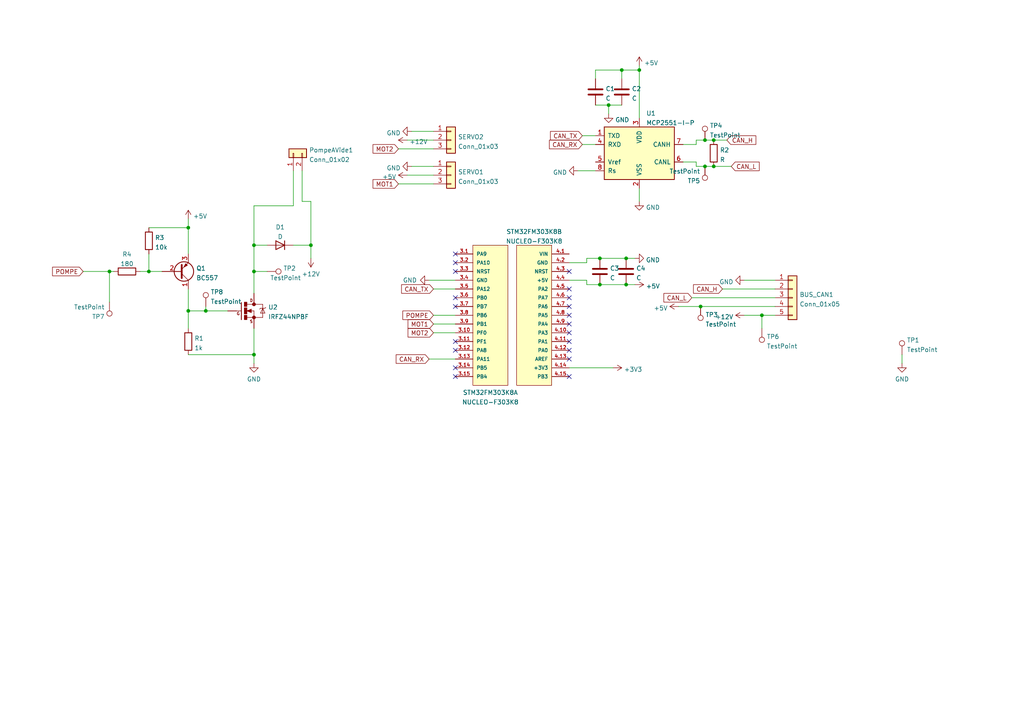
<source format=kicad_sch>
(kicad_sch (version 20211123) (generator eeschema)
  (paper "A4")
  (lib_symbols
    (symbol "Connector:TestPoint" (pin_numbers hide) (pin_names (offset 0.762) hide)
      (property "Reference" "TP" (at 0 6.858 0))
      (property "Value" "TestPoint" (at 0 5.08 0))
      (symbol "TestPoint_0_1"
        (circle (center 0 3.302) (radius 0.762))
      )
      (symbol "TestPoint_1_1"
        (pin passive line (at 0 0 90) (length 2.54) (name "1") (number "1"))
      )
    )
    (symbol "Connector_Generic:Conn_01x02" (pin_names (offset 1.016) hide)
      (property "Reference" "J" (at 0 2.54 0))
      (property "Value" "Conn_01x02" (at 0 -5.08 0))
      (symbol "Conn_01x02_1_1"
        (rectangle (start -1.27 -2.413) (end 0 -2.667) (stroke (width 0.1524)))
        (rectangle (start -1.27 0.127) (end 0 -0.127) (stroke (width 0.1524)))
        (rectangle (start -1.27 1.27) (end 1.27 -3.81) (stroke (width 0.254)) (fill (type background)))
        (pin passive line (at -5.08 0 0) (length 3.81) (name "Pin_1") (number "1"))
        (pin passive line (at -5.08 -2.54 0) (length 3.81) (name "Pin_2") (number "2"))
      )
    )
    (symbol "Connector_Generic:Conn_01x03" (pin_names (offset 1.016) hide)
      (property "Reference" "J" (at 0 5.08 0))
      (property "Value" "Conn_01x03" (at 0 -5.08 0))
      (symbol "Conn_01x03_1_1"
        (rectangle (start -1.27 -2.413) (end 0 -2.667) (stroke (width 0.1524)))
        (rectangle (start -1.27 0.127) (end 0 -0.127) (stroke (width 0.1524)))
        (rectangle (start -1.27 2.667) (end 0 2.413) (stroke (width 0.1524)))
        (rectangle (start -1.27 3.81) (end 1.27 -3.81) (stroke (width 0.254)) (fill (type background)))
        (pin passive line (at -5.08 2.54 0) (length 3.81) (name "Pin_1") (number "1"))
        (pin passive line (at -5.08 0 0) (length 3.81) (name "Pin_2") (number "2"))
        (pin passive line (at -5.08 -2.54 0) (length 3.81) (name "Pin_3") (number "3"))
      )
    )
    (symbol "Connector_Generic:Conn_01x05" (pin_names (offset 1.016) hide)
      (property "Reference" "J" (at 0 7.62 0))
      (property "Value" "Conn_01x05" (at 0 -7.62 0))
      (symbol "Conn_01x05_1_1"
        (rectangle (start -1.27 -4.953) (end 0 -5.207) (stroke (width 0.1524)))
        (rectangle (start -1.27 -2.413) (end 0 -2.667) (stroke (width 0.1524)))
        (rectangle (start -1.27 0.127) (end 0 -0.127) (stroke (width 0.1524)))
        (rectangle (start -1.27 2.667) (end 0 2.413) (stroke (width 0.1524)))
        (rectangle (start -1.27 5.207) (end 0 4.953) (stroke (width 0.1524)))
        (rectangle (start -1.27 6.35) (end 1.27 -6.35) (stroke (width 0.254)) (fill (type background)))
        (pin passive line (at -5.08 5.08 0) (length 3.81) (name "Pin_1") (number "1"))
        (pin passive line (at -5.08 2.54 0) (length 3.81) (name "Pin_2") (number "2"))
        (pin passive line (at -5.08 0 0) (length 3.81) (name "Pin_3") (number "3"))
        (pin passive line (at -5.08 -2.54 0) (length 3.81) (name "Pin_4") (number "4"))
        (pin passive line (at -5.08 -5.08 0) (length 3.81) (name "Pin_5") (number "5"))
      )
    )
    (symbol "Device:C" (pin_numbers hide) (pin_names (offset 0.254))
      (property "Reference" "C" (at 0.635 2.54 0))
      (property "Value" "C" (at 0.635 -2.54 0))
      (symbol "C_0_1"
        (polyline (pts (xy -2.032 -0.762) (xy 2.032 -0.762)) (stroke (width 0.508)))
        (polyline (pts (xy -2.032 0.762) (xy 2.032 0.762)) (stroke (width 0.508)))
      )
      (symbol "C_1_1"
        (pin passive line (at 0 3.81 270) (length 2.794) (name "~") (number "1"))
        (pin passive line (at 0 -3.81 90) (length 2.794) (name "~") (number "2"))
      )
    )
    (symbol "Device:D" (pin_numbers hide) (pin_names (offset 1.016) hide)
      (property "Reference" "D" (at 0 2.54 0))
      (property "Value" "D" (at 0 -2.54 0))
      (symbol "D_0_1"
        (polyline (pts (xy -1.27 1.27) (xy -1.27 -1.27)) (stroke (width 0.254)))
        (polyline (pts (xy 1.27 0) (xy -1.27 0)))
        (polyline (pts (xy 1.27 1.27) (xy 1.27 -1.27) (xy -1.27 0) (xy 1.27 1.27)) (stroke (width 0.254)))
      )
      (symbol "D_1_1"
        (pin passive line (at -3.81 0 0) (length 2.54) (name "K") (number "1"))
        (pin passive line (at 3.81 0 180) (length 2.54) (name "A") (number "2"))
      )
    )
    (symbol "Device:R" (pin_numbers hide) (pin_names (offset 0))
      (property "Reference" "R" (at 2.032 0 90))
      (property "Value" "R" (at 0 0 90))
      (symbol "R_0_1"
        (rectangle (start -1.016 -2.54) (end 1.016 2.54) (stroke (width 0.254)))
      )
      (symbol "R_1_1"
        (pin passive line (at 0 3.81 270) (length 1.27) (name "~") (number "1"))
        (pin passive line (at 0 -3.81 90) (length 1.27) (name "~") (number "2"))
      )
    )
    (symbol "IRFZ44NPBF:IRFZ44NPBF" (pin_numbers hide) (pin_names (offset 1.016) hide)
      (property "Reference" "U" (at 5.08 2.54 0))
      (property "Value" "IRFZ44NPBF" (at 5.08 0 0))
      (symbol "IRFZ44NPBF_0_0"
        (rectangle (start -2.794 -2.54) (end -2.032 -1.27) (fill (type outline)))
        (rectangle (start -2.794 -0.889) (end -2.032 0.889) (fill (type outline)))
        (rectangle (start -2.794 1.27) (end -2.032 2.54) (fill (type outline)))
        (circle (center 0 -1.905) (radius 0.127) (stroke (width 0.4064)))
        (polyline (pts (xy -3.81 0) (xy -5.08 0)) (stroke (width 0.1524)))
        (polyline (pts (xy -3.6576 2.413) (xy -3.6576 -2.54)) (stroke (width 0.254)))
        (polyline (pts (xy -2.032 -1.905) (xy 0 -1.905)) (stroke (width 0.1524)))
        (polyline (pts (xy -2.032 0) (xy -0.762 -0.508)) (stroke (width 0.1524)))
        (polyline (pts (xy -1.778 0) (xy -0.889 -0.254)) (stroke (width 0.3048)))
        (polyline (pts (xy -0.889 -0.254) (xy -0.889 0)) (stroke (width 0.3048)))
        (polyline (pts (xy -0.889 0) (xy -1.143 0)) (stroke (width 0.3048)))
        (polyline (pts (xy -0.889 0) (xy 0 0)) (stroke (width 0.1524)))
        (polyline (pts (xy -0.889 0.254) (xy -1.778 0)) (stroke (width 0.3048)))
        (polyline (pts (xy -0.762 -0.508) (xy -0.762 0.508)) (stroke (width 0.1524)))
        (polyline (pts (xy -0.762 0.508) (xy -2.032 0)) (stroke (width 0.1524)))
        (polyline (pts (xy 0 -1.905) (xy 0 -2.54)) (stroke (width 0.1524)))
        (polyline (pts (xy 0 0) (xy 0 -1.905)) (stroke (width 0.1524)))
        (polyline (pts (xy 0 1.905) (xy -2.0066 1.905)) (stroke (width 0.1524)))
        (polyline (pts (xy 0 1.905) (xy 2.54 1.905)) (stroke (width 0.1524)))
        (polyline (pts (xy 0 2.54) (xy 0 1.905)) (stroke (width 0.1524)))
        (polyline (pts (xy 1.905 -0.635) (xy 3.175 -0.635)) (stroke (width 0.1524)))
        (polyline (pts (xy 1.905 0.762) (xy 1.651 0.508)) (stroke (width 0.1524)))
        (polyline (pts (xy 1.905 0.762) (xy 2.54 0.762)) (stroke (width 0.1524)))
        (polyline (pts (xy 2.54 -1.905) (xy 0 -1.905)) (stroke (width 0.1524)))
        (polyline (pts (xy 2.54 0.762) (xy 1.905 -0.635)) (stroke (width 0.1524)))
        (polyline (pts (xy 2.54 0.762) (xy 2.54 -1.905)) (stroke (width 0.1524)))
        (polyline (pts (xy 2.54 0.762) (xy 3.175 0.762)) (stroke (width 0.1524)))
        (polyline (pts (xy 2.54 1.905) (xy 2.54 0.762)) (stroke (width 0.1524)))
        (polyline (pts (xy 3.175 -0.635) (xy 2.54 0.762)) (stroke (width 0.1524)))
        (polyline (pts (xy 3.175 0.762) (xy 3.429 1.016)) (stroke (width 0.1524)))
        (circle (center 0 1.905) (radius 0.127) (stroke (width 0.4064)))
        (text "D" (at -1.27 2.54 0) (effects (font (size 0.8128 0.8128)) (justify left bottom)))
        (text "G" (at -5.08 -1.27 0) (effects (font (size 0.8128 0.8128)) (justify left bottom)))
        (text "S" (at -1.27 -3.556 0) (effects (font (size 0.8128 0.8128)) (justify left bottom)))
        (pin passive line (at -7.62 0 0) (length 2.54) (name "~") (number "1"))
        (pin passive line (at 0 5.08 270) (length 2.54) (name "~") (number "2"))
        (pin passive line (at 0 -5.08 90) (length 2.54) (name "~") (number "3"))
      )
    )
    (symbol "Interface_CAN_LIN:MCP2551-I-P" (pin_names (offset 1.016))
      (property "Reference" "U" (at -10.16 8.89 0))
      (property "Value" "MCP2551-I-P" (at 2.54 8.89 0))
      (symbol "MCP2551-I-P_0_1"
        (rectangle (start -10.16 7.62) (end 10.16 -7.62) (stroke (width 0.254)) (fill (type background)))
      )
      (symbol "MCP2551-I-P_1_1"
        (pin input line (at -12.7 5.08 0) (length 2.54) (name "TXD") (number "1"))
        (pin power_in line (at 0 -10.16 90) (length 2.54) (name "VSS") (number "2"))
        (pin power_in line (at 0 10.16 270) (length 2.54) (name "VDD") (number "3"))
        (pin output line (at -12.7 2.54 0) (length 2.54) (name "RXD") (number "4"))
        (pin power_out line (at -12.7 -2.54 0) (length 2.54) (name "Vref") (number "5"))
        (pin bidirectional line (at 12.7 -2.54 180) (length 2.54) (name "CANL") (number "6"))
        (pin bidirectional line (at 12.7 2.54 180) (length 2.54) (name "CANH") (number "7"))
        (pin input line (at -12.7 -5.08 0) (length 2.54) (name "Rs") (number "8"))
      )
    )
    (symbol "NUCLEO-F303K8:NUCLEO-F303K8" (pin_names (offset 1.016))
      (property "Reference" "A" (at -5.08 20.8534 0))
      (property "Value" "NUCLEO-F303K8" (at -5.08 -22.6314 0))
      (symbol "NUCLEO-F303K8_1_0"
        (rectangle (start -5.08 -20.32) (end 5.08 20.32) (stroke (width 0.1524)) (fill (type background)))
        (pin bidirectional line (at 10.16 17.78 180) (length 5.08) (name "PA9") (number "3.1"))
        (pin bidirectional line (at 10.16 -5.08 180) (length 5.08) (name "PF0") (number "3.10"))
        (pin bidirectional line (at 10.16 -7.62 180) (length 5.08) (name "PF1") (number "3.11"))
        (pin bidirectional line (at 10.16 -10.16 180) (length 5.08) (name "PA8") (number "3.12"))
        (pin bidirectional line (at 10.16 -12.7 180) (length 5.08) (name "PA11") (number "3.13"))
        (pin bidirectional line (at 10.16 -15.24 180) (length 5.08) (name "PB5") (number "3.14"))
        (pin bidirectional line (at 10.16 -17.78 180) (length 5.08) (name "PB4") (number "3.15"))
        (pin bidirectional line (at 10.16 15.24 180) (length 5.08) (name "PA10") (number "3.2"))
        (pin bidirectional line (at 10.16 12.7 180) (length 5.08) (name "NRST") (number "3.3"))
        (pin bidirectional line (at 10.16 10.16 180) (length 5.08) (name "GND") (number "3.4"))
        (pin bidirectional line (at 10.16 7.62 180) (length 5.08) (name "PA12") (number "3.5"))
        (pin bidirectional line (at 10.16 5.08 180) (length 5.08) (name "PB0") (number "3.6"))
        (pin bidirectional line (at 10.16 2.54 180) (length 5.08) (name "PB7") (number "3.7"))
        (pin bidirectional line (at 10.16 0 180) (length 5.08) (name "PB6") (number "3.8"))
        (pin bidirectional line (at 10.16 -2.54 180) (length 5.08) (name "PB1") (number "3.9"))
      )
      (symbol "NUCLEO-F303K8_2_0"
        (rectangle (start -5.08 -20.32) (end 5.08 20.32) (stroke (width 0.1524)) (fill (type background)))
        (pin bidirectional line (at 10.16 17.78 180) (length 5.08) (name "VIN") (number "4.1"))
        (pin bidirectional line (at 10.16 -5.08 180) (length 5.08) (name "PA3") (number "4.10"))
        (pin bidirectional line (at 10.16 -7.62 180) (length 5.08) (name "PA1") (number "4.11"))
        (pin bidirectional line (at 10.16 -10.16 180) (length 5.08) (name "PA0") (number "4.12"))
        (pin bidirectional line (at 10.16 -12.7 180) (length 5.08) (name "AREF") (number "4.13"))
        (pin bidirectional line (at 10.16 -15.24 180) (length 5.08) (name "+3V3") (number "4.14"))
        (pin bidirectional line (at 10.16 -17.78 180) (length 5.08) (name "PB3") (number "4.15"))
        (pin bidirectional line (at 10.16 15.24 180) (length 5.08) (name "GND") (number "4.2"))
        (pin bidirectional line (at 10.16 12.7 180) (length 5.08) (name "NRST") (number "4.3"))
        (pin bidirectional line (at 10.16 10.16 180) (length 5.08) (name "+5V") (number "4.4"))
        (pin bidirectional line (at 10.16 7.62 180) (length 5.08) (name "PA2") (number "4.5"))
        (pin bidirectional line (at 10.16 5.08 180) (length 5.08) (name "PA7") (number "4.6"))
        (pin bidirectional line (at 10.16 2.54 180) (length 5.08) (name "PA6") (number "4.7"))
        (pin bidirectional line (at 10.16 0 180) (length 5.08) (name "PA5") (number "4.8"))
        (pin bidirectional line (at 10.16 -2.54 180) (length 5.08) (name "PA4") (number "4.9"))
      )
    )
    (symbol "Transistor_BJT:BC557" (pin_names (offset 0) hide)
      (property "Reference" "Q" (at 5.08 1.905 0))
      (property "Value" "BC557" (at 5.08 0 0))
      (symbol "BC557_0_1"
        (polyline (pts (xy 0.635 0.635) (xy 2.54 2.54)))
        (polyline (pts (xy 0.635 -0.635) (xy 2.54 -2.54) (xy 2.54 -2.54)))
        (polyline (pts (xy 0.635 1.905) (xy 0.635 -1.905) (xy 0.635 -1.905)) (stroke (width 0.508)))
        (polyline (pts (xy 2.286 -1.778) (xy 1.778 -2.286) (xy 1.27 -1.27) (xy 2.286 -1.778) (xy 2.286 -1.778)) (fill (type outline)))
        (circle (center 1.27 0) (radius 2.8194) (stroke (width 0.254)))
      )
      (symbol "BC557_1_1"
        (pin passive line (at 2.54 5.08 270) (length 2.54) (name "C") (number "1"))
        (pin input line (at -5.08 0 0) (length 5.715) (name "B") (number "2"))
        (pin passive line (at 2.54 -5.08 90) (length 2.54) (name "E") (number "3"))
      )
    )
    (symbol "power:+12V" (power) (pin_names (offset 0))
      (property "Value" "+12V" (at 0 3.556 0))
      (symbol "+12V_0_1"
        (polyline (pts (xy -0.762 1.27) (xy 0 2.54)))
        (polyline (pts (xy 0 0) (xy 0 2.54)))
        (polyline (pts (xy 0 2.54) (xy 0.762 1.27)))
      )
      (symbol "+12V_1_1"
        (pin power_in line (at 0 0 90) (length 0) hide (name "+12V") (number "1"))
      )
    )
    (symbol "power:+3.3V" (power) (pin_names (offset 0))
      (property "Value" "+3.3V" (at 0 3.556 0))
      (symbol "+3.3V_0_1"
        (polyline (pts (xy -0.762 1.27) (xy 0 2.54)))
        (polyline (pts (xy 0 0) (xy 0 2.54)))
        (polyline (pts (xy 0 2.54) (xy 0.762 1.27)))
      )
      (symbol "+3.3V_1_1"
        (pin power_in line (at 0 0 90) (length 0) hide (name "+3V3") (number "1"))
      )
    )
    (symbol "power:+5V" (power) (pin_names (offset 0))
      (property "Value" "+5V" (at 0 3.556 0))
      (symbol "+5V_0_1"
        (polyline (pts (xy -0.762 1.27) (xy 0 2.54)))
        (polyline (pts (xy 0 0) (xy 0 2.54)))
        (polyline (pts (xy 0 2.54) (xy 0.762 1.27)))
      )
      (symbol "+5V_1_1"
        (pin power_in line (at 0 0 90) (length 0) hide (name "+5V") (number "1"))
      )
    )
    (symbol "power:GND" (power) (pin_names (offset 0))
      (property "Value" "GND" (at 0 -3.81 0))
      (symbol "GND_0_1"
        (polyline (pts (xy 0 0) (xy 0 -1.27) (xy 1.27 -1.27) (xy 0 -2.54) (xy -1.27 -1.27) (xy 0 -1.27)))
      )
      (symbol "GND_1_1"
        (pin power_in line (at 0 0 270) (length 0) hide (name "GND") (number "1"))
      )
    )
  )
  (junction (at 59.69 90.17))
  (junction (at 73.66 71.12))
  (junction (at 54.61 90.17))
  (junction (at 220.98 91.44))
  (junction (at 185.42 20.32))
  (junction (at 207.01 48.26))
  (junction (at 173.99 82.55))
  (junction (at 181.61 74.93))
  (junction (at 180.34 20.32))
  (junction (at 90.17 71.12))
  (junction (at 207.01 40.64))
  (junction (at 54.61 66.04))
  (junction (at 43.18 78.74))
  (junction (at 31.75 78.74))
  (junction (at 73.66 102.87))
  (junction (at 181.61 82.55))
  (junction (at 204.47 40.64))
  (junction (at 173.99 74.93))
  (junction (at 73.66 78.74))
  (junction (at 203.2 88.9))
  (junction (at 176.53 30.48))
  (junction (at 204.47 48.26))
  (no_connect (at 165.1 83.82))
  (no_connect (at 165.1 86.36))
  (no_connect (at 132.08 99.06))
  (no_connect (at 132.08 101.6))
  (no_connect (at 132.08 86.36))
  (no_connect (at 132.08 76.2))
  (no_connect (at 132.08 73.66))
  (no_connect (at 132.08 78.74))
  (no_connect (at 132.08 88.9))
  (no_connect (at 132.08 106.68))
  (no_connect (at 132.08 109.22))
  (no_connect (at 165.1 88.9))
  (no_connect (at 165.1 91.44))
  (no_connect (at 165.1 93.98))
  (no_connect (at 165.1 96.52))
  (no_connect (at 165.1 99.06))
  (no_connect (at 165.1 101.6))
  (no_connect (at 165.1 78.74))
  (no_connect (at 165.1 104.14))
  (no_connect (at 165.1 109.22))
  (wire (pts (xy 59.69 90.17) (xy 66.04 90.17)))
  (wire (pts (xy 167.64 49.53) (xy 172.72 49.53)))
  (wire (pts (xy 31.75 78.74) (xy 33.02 78.74)))
  (wire (pts (xy 125.73 91.44) (xy 132.08 91.44)))
  (wire (pts (xy 73.66 95.25) (xy 73.66 102.87)))
  (wire (pts (xy 40.64 78.74) (xy 43.18 78.74)))
  (wire (pts (xy 172.72 30.48) (xy 176.53 30.48)))
  (wire (pts (xy 90.17 58.42) (xy 90.17 71.12)))
  (wire (pts (xy 220.98 91.44) (xy 224.79 91.44)))
  (wire (pts (xy 224.79 83.82) (xy 209.55 83.82)))
  (wire (pts (xy 180.34 20.32) (xy 185.42 20.32)))
  (wire (pts (xy 165.1 81.28) (xy 170.18 81.28)))
  (wire (pts (xy 124.46 104.14) (xy 132.08 104.14)))
  (wire (pts (xy 181.61 82.55) (xy 184.15 82.55)))
  (wire (pts (xy 201.93 40.64) (xy 204.47 40.64)))
  (wire (pts (xy 118.11 50.8) (xy 125.73 50.8)))
  (wire (pts (xy 43.18 78.74) (xy 46.99 78.74)))
  (wire (pts (xy 54.61 63.5) (xy 54.61 66.04)))
  (wire (pts (xy 73.66 78.74) (xy 77.47 78.74)))
  (wire (pts (xy 59.69 88.9) (xy 59.69 90.17)))
  (wire (pts (xy 54.61 66.04) (xy 54.61 73.66)))
  (wire (pts (xy 165.1 106.68) (xy 177.8 106.68)))
  (wire (pts (xy 24.13 78.74) (xy 31.75 78.74)))
  (wire (pts (xy 73.66 59.69) (xy 73.66 71.12)))
  (wire (pts (xy 73.66 71.12) (xy 73.66 78.74)))
  (wire (pts (xy 204.47 40.64) (xy 207.01 40.64)))
  (wire (pts (xy 203.2 88.9) (xy 224.79 88.9)))
  (wire (pts (xy 198.12 46.99) (xy 201.93 46.99)))
  (wire (pts (xy 185.42 19.05) (xy 185.42 20.32)))
  (wire (pts (xy 207.01 40.64) (xy 210.82 40.64)))
  (wire (pts (xy 85.09 59.69) (xy 73.66 59.69)))
  (wire (pts (xy 172.72 22.86) (xy 172.72 20.32)))
  (wire (pts (xy 168.91 41.91) (xy 172.72 41.91)))
  (wire (pts (xy 73.66 78.74) (xy 73.66 85.09)))
  (wire (pts (xy 125.73 93.98) (xy 132.08 93.98)))
  (wire (pts (xy 170.18 82.55) (xy 173.99 82.55)))
  (wire (pts (xy 73.66 102.87) (xy 73.66 105.41)))
  (wire (pts (xy 54.61 83.82) (xy 54.61 90.17)))
  (wire (pts (xy 54.61 90.17) (xy 54.61 95.25)))
  (wire (pts (xy 185.42 20.32) (xy 185.42 34.29)))
  (wire (pts (xy 115.57 43.18) (xy 125.73 43.18)))
  (wire (pts (xy 125.73 96.52) (xy 132.08 96.52)))
  (wire (pts (xy 54.61 90.17) (xy 59.69 90.17)))
  (wire (pts (xy 170.18 74.93) (xy 173.99 74.93)))
  (wire (pts (xy 207.01 48.26) (xy 212.09 48.26)))
  (wire (pts (xy 185.42 54.61) (xy 185.42 58.42)))
  (wire (pts (xy 196.85 88.9) (xy 203.2 88.9)))
  (wire (pts (xy 165.1 76.2) (xy 170.18 76.2)))
  (wire (pts (xy 172.72 20.32) (xy 180.34 20.32)))
  (wire (pts (xy 119.38 48.26) (xy 125.73 48.26)))
  (wire (pts (xy 201.93 41.91) (xy 201.93 40.64)))
  (wire (pts (xy 87.63 58.42) (xy 90.17 58.42)))
  (wire (pts (xy 87.63 49.53) (xy 87.63 58.42)))
  (wire (pts (xy 215.9 91.44) (xy 220.98 91.44)))
  (wire (pts (xy 118.11 40.64) (xy 125.73 40.64)))
  (wire (pts (xy 173.99 74.93) (xy 181.61 74.93)))
  (wire (pts (xy 181.61 74.93) (xy 184.15 74.93)))
  (wire (pts (xy 85.09 71.12) (xy 90.17 71.12)))
  (wire (pts (xy 31.75 78.74) (xy 31.75 87.63)))
  (wire (pts (xy 173.99 82.55) (xy 181.61 82.55)))
  (wire (pts (xy 54.61 102.87) (xy 73.66 102.87)))
  (wire (pts (xy 198.12 41.91) (xy 201.93 41.91)))
  (wire (pts (xy 170.18 81.28) (xy 170.18 82.55)))
  (wire (pts (xy 200.66 86.36) (xy 224.79 86.36)))
  (wire (pts (xy 43.18 66.04) (xy 54.61 66.04)))
  (wire (pts (xy 125.73 83.82) (xy 132.08 83.82)))
  (wire (pts (xy 201.93 48.26) (xy 204.47 48.26)))
  (wire (pts (xy 261.62 102.87) (xy 261.62 105.41)))
  (wire (pts (xy 43.18 73.66) (xy 43.18 78.74)))
  (wire (pts (xy 73.66 71.12) (xy 77.47 71.12)))
  (wire (pts (xy 220.98 91.44) (xy 220.98 95.25)))
  (wire (pts (xy 204.47 48.26) (xy 207.01 48.26)))
  (wire (pts (xy 168.91 39.37) (xy 172.72 39.37)))
  (wire (pts (xy 115.57 53.34) (xy 125.73 53.34)))
  (wire (pts (xy 170.18 76.2) (xy 170.18 74.93)))
  (wire (pts (xy 85.09 49.53) (xy 85.09 59.69)))
  (wire (pts (xy 215.9 81.28) (xy 224.79 81.28)))
  (wire (pts (xy 124.46 81.28) (xy 132.08 81.28)))
  (wire (pts (xy 176.53 30.48) (xy 176.53 33.02)))
  (wire (pts (xy 119.38 38.1) (xy 125.73 38.1)))
  (wire (pts (xy 176.53 30.48) (xy 180.34 30.48)))
  (wire (pts (xy 90.17 71.12) (xy 90.17 74.93)))
  (wire (pts (xy 201.93 46.99) (xy 201.93 48.26)))
  (wire (pts (xy 180.34 22.86) (xy 180.34 20.32)))
  (global_label "CAN_RX" (shape input) (at 124.46 104.14 180) (property "Intersheet References" "${INTERSHEET_REFS}" (effects hide)))
  (global_label "MOT1" (shape input) (at 115.57 53.34 180) (property "Intersheet References" "${INTERSHEET_REFS}" (effects hide)))
  (global_label "POMPE" (shape input) (at 125.73 91.44 180) (property "Intersheet References" "${INTERSHEET_REFS}" (effects hide)))
  (global_label "MOT2" (shape input) (at 125.73 96.52 180) (property "Intersheet References" "${INTERSHEET_REFS}" (effects hide)))
  (global_label "MOT2" (shape input) (at 115.57 43.18 180) (property "Intersheet References" "${INTERSHEET_REFS}" (effects hide)))
  (global_label "CAN_L" (shape input) (at 212.09 48.26 0) (property "Intersheet References" "${INTERSHEET_REFS}" (effects hide)))
  (global_label "CAN_TX" (shape input) (at 168.91 39.37 180) (property "Intersheet References" "${INTERSHEET_REFS}" (effects hide)))
  (global_label "CAN_L" (shape input) (at 200.66 86.36 180) (property "Intersheet References" "${INTERSHEET_REFS}" (effects hide)))
  (global_label "CAN_H" (shape input) (at 209.55 83.82 180) (property "Intersheet References" "${INTERSHEET_REFS}" (effects hide)))
  (global_label "MOT1" (shape input) (at 125.73 93.98 180) (property "Intersheet References" "${INTERSHEET_REFS}" (effects hide)))
  (global_label "CAN_RX" (shape input) (at 168.91 41.91 180) (property "Intersheet References" "${INTERSHEET_REFS}" (effects hide)))
  (global_label "POMPE" (shape input) (at 24.13 78.74 180) (property "Intersheet References" "${INTERSHEET_REFS}" (effects hide)))
  (global_label "CAN_H" (shape input) (at 210.82 40.64 0) (property "Intersheet References" "${INTERSHEET_REFS}" (effects hide)))
  (global_label "CAN_TX" (shape input) (at 125.73 83.82 180) (property "Intersheet References" "${INTERSHEET_REFS}" (effects hide)))
  (symbol (lib_id "power:GND") (at 119.38 38.1 270) (unit 1)
    (property "Reference" "#PWR0102" (effects hide))
    (property "Value" "GND" (at 116.2051 38.579 90) (effects (justify right)))
  )
  (symbol (lib_id "Device:R") (at 36.83 78.74 90) (unit 1)
    (property "Reference" "R4" (at 36.83 73.7575 90))
    (property "Value" "180" (at 36.83 76.5326 90))
    (property "Footprint" "Resistor_THT:R_Axial_DIN0207_L6.3mm_D2.5mm_P10.16mm_Horizontal" (effects hide))
  )
  (symbol (lib_id "Interface_CAN_LIN:MCP2551-I-P") (at 185.42 44.45 0) (unit 1)
    (property "Reference" "U1" (at 187.4394 32.8635 0) (effects (justify left)))
    (property "Value" "MCP2551-I-P" (at 187.4394 35.6386 0) (effects (justify left)))
    (property "Footprint" "Package_DIP:DIP-8_W7.62mm" (effects hide))
    (property "Datasheet" "http://ww1.microchip.com/downloads/en/devicedoc/21667d.pdf" (effects hide))
  )
  (symbol (lib_id "Connector:TestPoint") (at 203.2 88.9 180) (unit 1)
    (property "Reference" "TP3" (at 204.597 91.2935 0) (effects (justify right)))
    (property "Value" "TestPoint" (at 204.597 94.0686 0) (effects (justify right)))
    (property "Footprint" "TestPoint:TestPoint_Pad_D2.0mm" (effects hide))
  )
  (symbol (lib_id "Transistor_BJT:BC557") (at 52.07 78.74 0) (mirror x) (unit 1)
    (property "Reference" "Q1" (at 56.9214 77.8315 0) (effects (justify left)))
    (property "Value" "BC557" (at 56.9214 80.6066 0) (effects (justify left)))
    (property "Footprint" "Package_TO_SOT_THT:TO-92_Inline" (effects hide))
    (property "Datasheet" "https://www.onsemi.com/pub/Collateral/BC556BTA-D.pdf" (effects hide))
  )
  (symbol (lib_id "Connector:TestPoint") (at 204.47 48.26 180) (unit 1)
    (property "Reference" "TP5" (at 203.073 52.4705 0) (effects (justify left)))
    (property "Value" "TestPoint" (at 203.073 49.6954 0) (effects (justify left)))
    (property "Footprint" "TestPoint:TestPoint_Pad_D2.0mm" (effects hide))
  )
  (symbol (lib_id "power:+5V") (at 185.42 19.05 0) (unit 1)
    (property "Reference" "#PWR0116" (effects hide))
    (property "Value" "+5V" (at 186.817 18.259 0) (effects (justify left)))
  )
  (symbol (lib_id "power:+5V") (at 196.85 88.9 90) (mirror x) (unit 1)
    (property "Reference" "#PWR0118" (effects hide))
    (property "Value" "+5V" (at 193.6751 89.379 90) (effects (justify left)))
  )
  (symbol (lib_id "power:GND") (at 215.9 81.28 270) (unit 1)
    (property "Reference" "#PWR0108" (effects hide))
    (property "Value" "GND" (at 212.7251 81.759 90) (effects (justify right)))
  )
  (symbol (lib_id "Connector:TestPoint") (at 204.47 40.64 0) (unit 1)
    (property "Reference" "TP4" (at 205.867 36.4295 0) (effects (justify left)))
    (property "Value" "TestPoint" (at 205.867 39.2046 0) (effects (justify left)))
    (property "Footprint" "TestPoint:TestPoint_Pad_D2.0mm" (effects hide))
  )
  (symbol (lib_id "NUCLEO-F303K8:NUCLEO-F303K8") (at 154.94 91.44 0) (unit 2)
    (property "Reference" "STM32FM303K8" (at 154.94 67.2043 0))
    (property "Value" "NUCLEO-F303K8" (at 154.94 69.9794 0))
    (property "Footprint" "MODULE_NUCLEO-F303K8" (effects hide))
    (property "MANUFACTURER" "ST Microelectronics" (effects hide))
    (property "STANDARD" "Manufacturer rEcommendation" (effects hide))
    (property "PARTREV" "3" (effects hide))
  )
  (symbol (lib_id "Device:C") (at 181.61 78.74 0) (unit 1)
    (property "Reference" "C4" (at 184.531 77.8315 0) (effects (justify left)))
    (property "Value" "C" (at 184.531 80.6066 0) (effects (justify left)))
    (property "Footprint" "Capacitor_SMD:C_1206_3216Metric" (effects hide))
  )
  (symbol (lib_id "IRFZ44NPBF:IRFZ44NPBF") (at 73.66 90.17 0) (unit 1)
    (property "Reference" "U2" (at 77.8002 89.1152 0) (effects (justify left)))
    (property "Value" "IRFZ44NPBF" (at 77.8002 91.8903 0) (effects (justify left)))
    (property "Footprint" "Package_TO_SOT_THT:TO-220-3_Horizontal_TabDown" (effects hide))
  )
  (symbol (lib_id "Device:C") (at 180.34 26.67 0) (unit 1)
    (property "Reference" "C2" (at 183.261 25.7615 0) (effects (justify left)))
    (property "Value" "C" (at 183.261 28.5366 0) (effects (justify left)))
    (property "Footprint" "Capacitor_SMD:C_1206_3216Metric" (effects hide))
  )
  (symbol (lib_id "NUCLEO-F303K8:NUCLEO-F303K8") (at 142.24 91.44 0) (mirror y) (unit 1)
    (property "Reference" "STM32FM303K8" (at 142.24 113.8587 0))
    (property "Value" "NUCLEO-F303K8" (at 142.24 116.6338 0))
    (property "Footprint" "MODULE_NUCLEO-F303K8" (effects hide))
    (property "MANUFACTURER" "ST Microelectronics" (effects hide))
    (property "STANDARD" "Manufacturer rEcommendation" (effects hide))
    (property "PARTREV" "3" (effects hide))
  )
  (symbol (lib_id "Connector:TestPoint") (at 261.62 102.87 0) (unit 1)
    (property "Reference" "TP1" (at 263.017 98.6595 0) (effects (justify left)))
    (property "Value" "TestPoint" (at 263.017 101.4346 0) (effects (justify left)))
    (property "Footprint" "TestPoint:TestPoint_Pad_D2.0mm" (effects hide))
  )
  (symbol (lib_id "power:+12V") (at 118.11 40.64 90) (unit 1)
    (property "Reference" "#PWR0101" (effects hide))
    (property "Value" "+12V" (at 118.745 41.119 90) (effects (justify right)))
  )
  (symbol (lib_id "Connector:TestPoint") (at 77.47 78.74 270) (unit 1)
    (property "Reference" "TP2" (at 82.169 77.8315 90) (effects (justify left)))
    (property "Value" "TestPoint" (at 78.359 80.6066 90) (effects (justify left)))
    (property "Footprint" "TestPoint:TestPoint_Pad_D2.0mm" (effects hide))
  )
  (symbol (lib_id "Connector_Generic:Conn_01x03") (at 130.81 40.64 0) (unit 1)
    (property "Reference" "SERVO2" (at 132.842 39.7315 0) (effects (justify left)))
    (property "Value" "Conn_01x03" (at 132.842 42.5066 0) (effects (justify left)))
    (property "Footprint" "Connector_JST:JST_PH_B3B-PH-K_1x03_P2.00mm_Vertical" (effects hide))
  )
  (symbol (lib_id "power:GND") (at 176.53 33.02 0) (unit 1)
    (property "Reference" "#PWR0109" (effects hide))
    (property "Value" "GND" (at 178.435 34.769 0) (effects (justify left)))
  )
  (symbol (lib_id "power:+5V") (at 118.11 50.8 90) (unit 1)
    (property "Reference" "#PWR0111" (effects hide))
    (property "Value" "+5V" (at 114.9351 51.279 90) (effects (justify left)))
  )
  (symbol (lib_id "Connector_Generic:Conn_01x02") (at 85.09 44.45 90) (unit 1)
    (property "Reference" "PompeAVide1" (at 89.662 43.5415 90) (effects (justify right)))
    (property "Value" "Conn_01x02" (at 89.662 46.3166 90) (effects (justify right)))
    (property "Footprint" "Connector_PinSocket_2.00mm:PinSocket_1x02_P2.00mm_Vertical" (effects hide))
  )
  (symbol (lib_id "power:+12V") (at 215.9 91.44 90) (mirror x) (unit 1)
    (property "Reference" "#PWR0115" (effects hide))
    (property "Value" "+12V" (at 212.725 91.919 90) (effects (justify left)))
  )
  (symbol (lib_id "Connector:TestPoint") (at 220.98 95.25 180) (unit 1)
    (property "Reference" "TP6" (at 222.377 97.6435 0) (effects (justify right)))
    (property "Value" "TestPoint" (at 222.377 100.4186 0) (effects (justify right)))
    (property "Footprint" "TestPoint:TestPoint_Pad_D2.0mm" (effects hide))
  )
  (symbol (lib_id "power:GND") (at 73.66 105.41 0) (unit 1)
    (property "Reference" "#PWR0112" (effects hide))
    (property "Value" "GND" (at 73.66 109.9725 0))
  )
  (symbol (lib_id "Device:C") (at 172.72 26.67 0) (unit 1)
    (property "Reference" "C1" (at 175.641 25.7615 0) (effects (justify left)))
    (property "Value" "C" (at 175.641 28.5366 0) (effects (justify left)))
    (property "Footprint" "Capacitor_SMD:C_1206_3216Metric" (effects hide))
  )
  (symbol (lib_id "power:GND") (at 124.46 81.28 270) (mirror x) (unit 1)
    (property "Reference" "#PWR0110" (effects hide))
    (property "Value" "GND" (at 116.84 81.28 90) (effects (justify left)))
  )
  (symbol (lib_id "power:+5V") (at 184.15 82.55 270) (unit 1)
    (property "Reference" "#PWR0106" (effects hide))
    (property "Value" "+5V" (at 187.325 83.029 90) (effects (justify left)))
  )
  (symbol (lib_id "Device:D") (at 81.28 71.12 0) (mirror y) (unit 1)
    (property "Reference" "D1" (at 81.28 65.8835 0))
    (property "Value" "D" (at 81.28 68.6586 0))
    (property "Footprint" "Diode_THT:D_A-405_P12.70mm_Horizontal" (effects hide))
  )
  (symbol (lib_id "Connector:TestPoint") (at 59.69 88.9 0) (unit 1)
    (property "Reference" "TP8" (at 61.087 84.6895 0) (effects (justify left)))
    (property "Value" "TestPoint" (at 61.087 87.4646 0) (effects (justify left)))
    (property "Footprint" "TestPoint:TestPoint_Pad_D2.0mm" (effects hide))
  )
  (symbol (lib_id "Connector_Generic:Conn_01x03") (at 130.81 50.8 0) (unit 1)
    (property "Reference" "SERVO1" (at 132.842 49.8915 0) (effects (justify left)))
    (property "Value" "Conn_01x03" (at 132.842 52.6666 0) (effects (justify left)))
    (property "Footprint" "Connector_JST:JST_PH_B3B-PH-K_1x03_P2.00mm_Vertical" (effects hide))
  )
  (symbol (lib_id "power:+5V") (at 54.61 63.5 0) (unit 1)
    (property "Reference" "#PWR0117" (effects hide))
    (property "Value" "+5V" (at 56.007 62.709 0) (effects (justify left)))
  )
  (symbol (lib_id "power:GND") (at 185.42 58.42 0) (unit 1)
    (property "Reference" "#PWR0107" (effects hide))
    (property "Value" "GND" (at 187.325 60.169 0) (effects (justify left)))
  )
  (symbol (lib_id "Device:C") (at 173.99 78.74 0) (unit 1)
    (property "Reference" "C3" (at 176.911 77.8315 0) (effects (justify left)))
    (property "Value" "C" (at 176.911 80.6066 0) (effects (justify left)))
    (property "Footprint" "Capacitor_SMD:C_1206_3216Metric" (effects hide))
  )
  (symbol (lib_id "power:GND") (at 167.64 49.53 270) (unit 1)
    (property "Reference" "#PWR0114" (effects hide))
    (property "Value" "GND" (at 164.4651 50.009 90) (effects (justify right)))
  )
  (symbol (lib_id "power:GND") (at 119.38 48.26 270) (unit 1)
    (property "Reference" "#PWR0103" (effects hide))
    (property "Value" "GND" (at 116.2051 48.739 90) (effects (justify right)))
  )
  (symbol (lib_id "Connector:TestPoint") (at 31.75 87.63 180) (unit 1)
    (property "Reference" "TP7" (at 30.353 91.8405 0) (effects (justify left)))
    (property "Value" "TestPoint" (at 30.353 89.0654 0) (effects (justify left)))
    (property "Footprint" "TestPoint:TestPoint_Pad_D2.0mm" (effects hide))
  )
  (symbol (lib_id "power:+3.3V") (at 177.8 106.68 270) (unit 1)
    (property "Reference" "#PWR0104" (effects hide))
    (property "Value" "+3.3V" (at 180.975 107.159 90) (effects (justify left)))
  )
  (symbol (lib_id "power:GND") (at 184.15 74.93 90) (unit 1)
    (property "Reference" "#PWR0105" (effects hide))
    (property "Value" "GND" (at 187.325 75.409 90) (effects (justify right)))
  )
  (symbol (lib_id "Device:R") (at 207.01 44.45 0) (unit 1)
    (property "Reference" "R2" (at 208.788 43.5415 0) (effects (justify left)))
    (property "Value" "R" (at 208.788 46.3166 0) (effects (justify left)))
    (property "Footprint" "Resistor_THT:R_Axial_DIN0309_L9.0mm_D3.2mm_P12.70mm_Horizontal" (effects hide))
  )
  (symbol (lib_id "power:+12V") (at 90.17 74.93 180) (unit 1)
    (property "Reference" "#PWR0113" (effects hide))
    (property "Value" "+12V" (at 90.17 79.4925 0))
  )
  (symbol (lib_id "Device:R") (at 54.61 99.06 0) (unit 1)
    (property "Reference" "R1" (at 56.388 98.1515 0) (effects (justify left)))
    (property "Value" "1k" (at 56.388 100.9266 0) (effects (justify left)))
    (property "Footprint" "Resistor_THT:R_Axial_DIN0207_L6.3mm_D2.5mm_P10.16mm_Horizontal" (effects hide))
  )
  (symbol (lib_id "Device:R") (at 43.18 69.85 0) (unit 1)
    (property "Reference" "R3" (at 44.958 68.9415 0) (effects (justify left)))
    (property "Value" "10k" (at 44.958 71.7166 0) (effects (justify left)))
    (property "Footprint" "Resistor_THT:R_Axial_DIN0207_L6.3mm_D2.5mm_P10.16mm_Horizontal" (effects hide))
  )
  (symbol (lib_id "power:GND") (at 261.62 105.41 0) (unit 1)
    (property "Reference" "#PWR0119" (effects hide))
    (property "Value" "GND" (at 261.62 109.9725 0))
  )
  (symbol (lib_id "Connector_Generic:Conn_01x05") (at 229.87 86.36 0) (unit 1)
    (property "Reference" "BUS_CAN1" (at 231.902 85.4515 0) (effects (justify left)))
    (property "Value" "Conn_01x05" (at 231.902 88.2266 0) (effects (justify left)))
    (property "Footprint" "Connector_JST:JST_PH_B5B-PH-K_1x05_P2.00mm_Vertical" (effects hide))
  )
)
</source>
